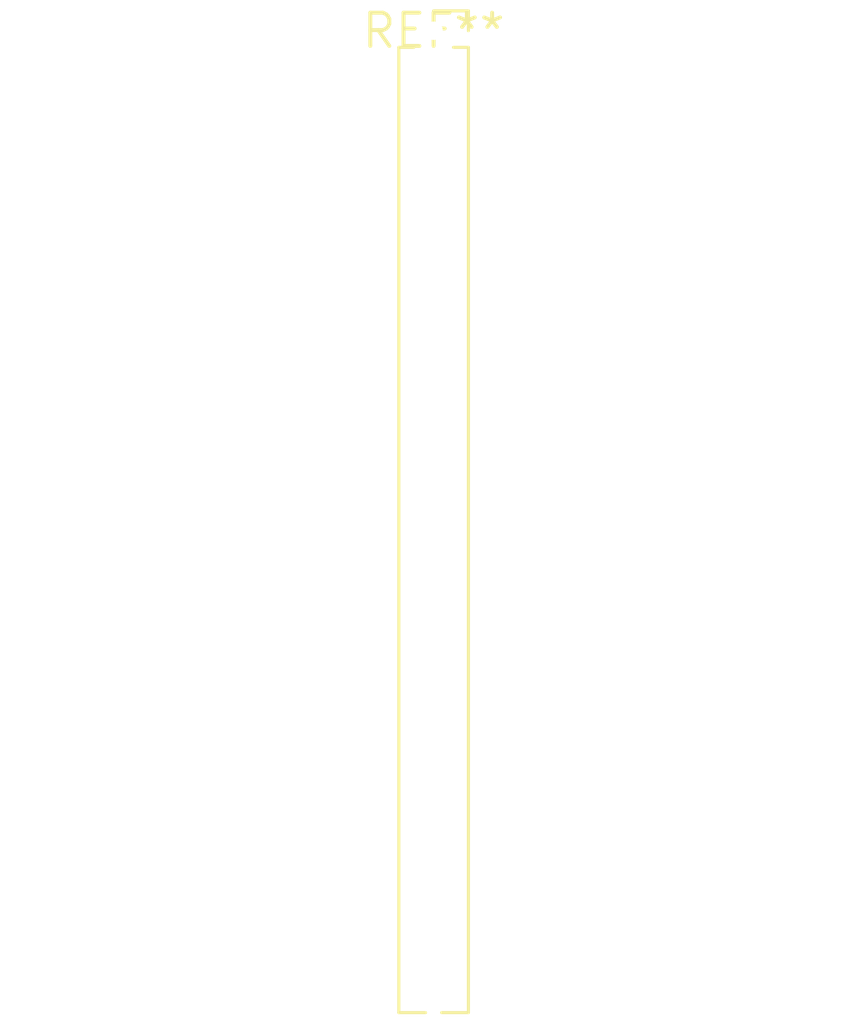
<source format=kicad_pcb>
(kicad_pcb (version 20240108) (generator pcbnew)
  (layers (0 "F.Cu" signal) (31 "B.Cu" signal) (34 "B.Paste" user) (35 "F.Paste" user) (36 "B.SilkS" user "B.Silkscreen") (37 "F.SilkS" user "F.Silkscreen") (38 "B.Mask" user) (39 "F.Mask" user) (44 "Edge.Cuts" user))
  (net 0 "")
  (footprint "PinSocket_1x30_P1.27mm_Vertical" (layer "F.Cu") (at 0 0)
    (property "Reference" "REF**")
    (property "Value" "PinSocket_1x30_P1.27mm_Vertical")
    (fp_line (start -1.33 0.635) (end -1.33 37.525) (layer "F.SilkS") (stroke (width 0.12)))
    (fp_line (start -1.33 0.635) (end -0.76 0.635) (layer "F.SilkS") (stroke (width 0.12)))
    (fp_line (start -1.33 37.525) (end -0.30753 37.525) (layer "F.SilkS") (stroke (width 0.12)))
    (fp_line (start 0 -0.76) (end 1.33 -0.76) (layer "F.SilkS") (stroke (width 0.12)))
    (fp_line (start 0.30753 37.525) (end 1.33 37.525) (layer "F.SilkS") (stroke (width 0.12)))
    (fp_line (start 0.76 0.635) (end 1.33 0.635) (layer "F.SilkS") (stroke (width 0.12)))
    (fp_line (start 1.33 -0.76) (end 1.33 0) (layer "F.SilkS") (stroke (width 0.12)))
    (fp_line (start 1.33 0.635) (end 1.33 37.525) (layer "F.SilkS") (stroke (width 0.12)))
    (pad "1" thru_hole rect (at 0 0) (size 1 1) (drill 0.7) (layers *.Cu *.Mask) (remove_unused_layers))
    (pad "2" thru_hole oval (at 0 1.27) (size 1 1) (drill 0.7) (layers *.Cu *.Mask) (remove_unused_layers))
    (pad "3" thru_hole oval (at 0 2.54) (size 1 1) (drill 0.7) (layers *.Cu *.Mask) (remove_unused_layers))
    (pad "4" thru_hole oval (at 0 3.81) (size 1 1) (drill 0.7) (layers *.Cu *.Mask) (remove_unused_layers))
    (pad "5" thru_hole oval (at 0 5.08) (size 1 1) (drill 0.7) (layers *.Cu *.Mask) (remove_unused_layers))
    (pad "6" thru_hole oval (at 0 6.35) (size 1 1) (drill 0.7) (layers *.Cu *.Mask) (remove_unused_layers))
    (pad "7" thru_hole oval (at 0 7.62) (size 1 1) (drill 0.7) (layers *.Cu *.Mask) (remove_unused_layers))
    (pad "8" thru_hole oval (at 0 8.89) (size 1 1) (drill 0.7) (layers *.Cu *.Mask) (remove_unused_layers))
    (pad "9" thru_hole oval (at 0 10.16) (size 1 1) (drill 0.7) (layers *.Cu *.Mask) (remove_unused_layers))
    (pad "10" thru_hole oval (at 0 11.43) (size 1 1) (drill 0.7) (layers *.Cu *.Mask) (remove_unused_layers))
    (pad "11" thru_hole oval (at 0 12.7) (size 1 1) (drill 0.7) (layers *.Cu *.Mask) (remove_unused_layers))
    (pad "12" thru_hole oval (at 0 13.97) (size 1 1) (drill 0.7) (layers *.Cu *.Mask) (remove_unused_layers))
    (pad "13" thru_hole oval (at 0 15.24) (size 1 1) (drill 0.7) (layers *.Cu *.Mask) (remove_unused_layers))
    (pad "14" thru_hole oval (at 0 16.51) (size 1 1) (drill 0.7) (layers *.Cu *.Mask) (remove_unused_layers))
    (pad "15" thru_hole oval (at 0 17.78) (size 1 1) (drill 0.7) (layers *.Cu *.Mask) (remove_unused_layers))
    (pad "16" thru_hole oval (at 0 19.05) (size 1 1) (drill 0.7) (layers *.Cu *.Mask) (remove_unused_layers))
    (pad "17" thru_hole oval (at 0 20.32) (size 1 1) (drill 0.7) (layers *.Cu *.Mask) (remove_unused_layers))
    (pad "18" thru_hole oval (at 0 21.59) (size 1 1) (drill 0.7) (layers *.Cu *.Mask) (remove_unused_layers))
    (pad "19" thru_hole oval (at 0 22.86) (size 1 1) (drill 0.7) (layers *.Cu *.Mask) (remove_unused_layers))
    (pad "20" thru_hole oval (at 0 24.13) (size 1 1) (drill 0.7) (layers *.Cu *.Mask) (remove_unused_layers))
    (pad "21" thru_hole oval (at 0 25.4) (size 1 1) (drill 0.7) (layers *.Cu *.Mask) (remove_unused_layers))
    (pad "22" thru_hole oval (at 0 26.67) (size 1 1) (drill 0.7) (layers *.Cu *.Mask) (remove_unused_layers))
    (pad "23" thru_hole oval (at 0 27.94) (size 1 1) (drill 0.7) (layers *.Cu *.Mask) (remove_unused_layers))
    (pad "24" thru_hole oval (at 0 29.21) (size 1 1) (drill 0.7) (layers *.Cu *.Mask) (remove_unused_layers))
    (pad "25" thru_hole oval (at 0 30.48) (size 1 1) (drill 0.7) (layers *.Cu *.Mask) (remove_unused_layers))
    (pad "26" thru_hole oval (at 0 31.75) (size 1 1) (drill 0.7) (layers *.Cu *.Mask) (remove_unused_layers))
    (pad "27" thru_hole oval (at 0 33.02) (size 1 1) (drill 0.7) (layers *.Cu *.Mask) (remove_unused_layers))
    (pad "28" thru_hole oval (at 0 34.29) (size 1 1) (drill 0.7) (layers *.Cu *.Mask) (remove_unused_layers))
    (pad "29" thru_hole oval (at 0 35.56) (size 1 1) (drill 0.7) (layers *.Cu *.Mask) (remove_unused_layers))
    (pad "30" thru_hole oval (at 0 36.83) (size 1 1) (drill 0.7) (layers *.Cu *.Mask) (remove_unused_layers))
  )
)
</source>
